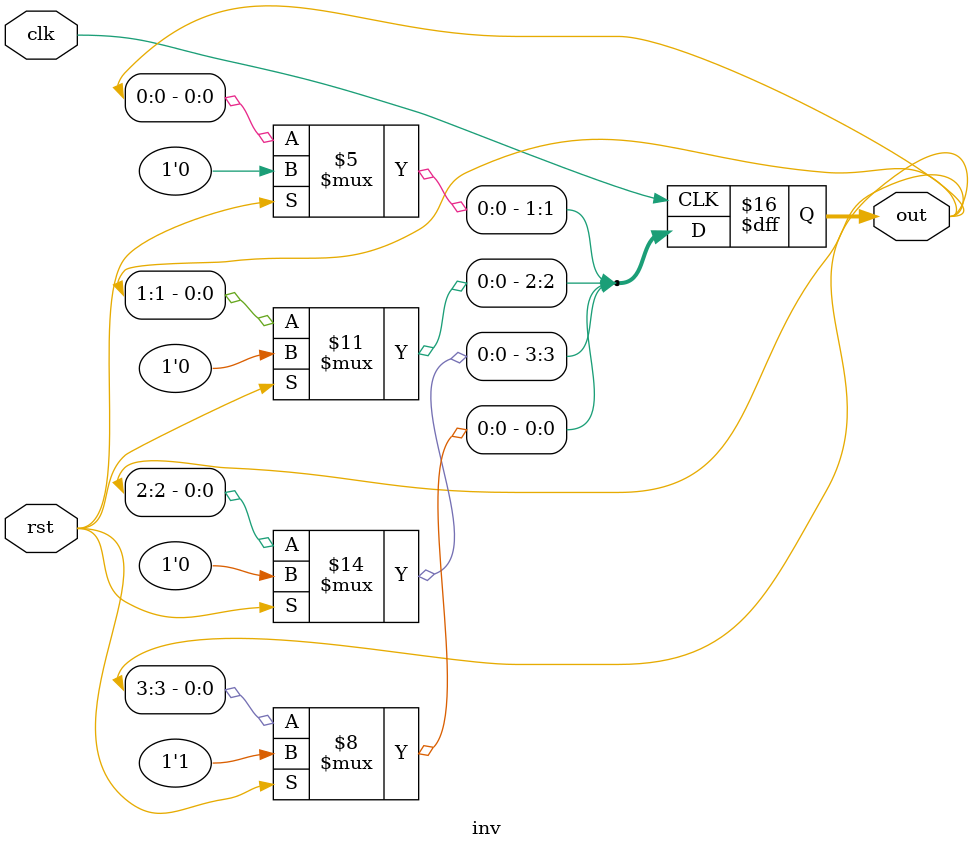
<source format=v>
`timescale 1ns / 1ps

module inv(
    input clk, rst, 
    output reg [3:0] out);
    
    initial out[0]= 4'b0001;
    
always @(posedge clk)
begin
    if( rst == 1 ) out = 4'b0001;
    else
    begin
        out[3] <= out[2];
        out[2] <= out[1];
        out[1] <= out[0];
        out[0] <= out[3];
     end
end
endmodule
</source>
